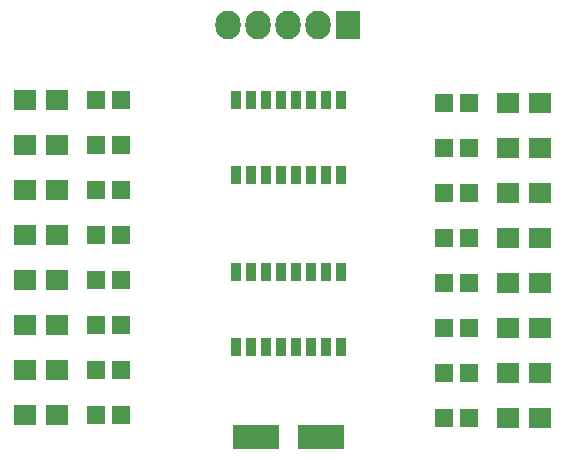
<source format=gts>
G04 #@! TF.FileFunction,Soldermask,Top*
%FSLAX46Y46*%
G04 Gerber Fmt 4.6, Leading zero omitted, Abs format (unit mm)*
G04 Created by KiCad (PCBNEW 4.0.2-stable) date Monday, September 05, 2016 'PMt' 06:21:07 PM*
%MOMM*%
G01*
G04 APERTURE LIST*
%ADD10C,0.100000*%
%ADD11R,3.999180X2.000200*%
%ADD12R,1.598880X1.598880*%
%ADD13R,2.127200X2.432000*%
%ADD14O,2.127200X2.432000*%
%ADD15R,1.900000X1.700000*%
%ADD16R,0.908000X1.543000*%
G04 APERTURE END LIST*
D10*
D11*
X133139180Y-107315000D03*
X138640820Y-107315000D03*
D12*
X119600980Y-105410000D03*
X121699020Y-105410000D03*
X119600980Y-101600000D03*
X121699020Y-101600000D03*
X119600980Y-97790000D03*
X121699020Y-97790000D03*
X119600980Y-93980000D03*
X121699020Y-93980000D03*
X119600980Y-90170000D03*
X121699020Y-90170000D03*
X119600980Y-86360000D03*
X121699020Y-86360000D03*
X119600980Y-82550000D03*
X121699020Y-82550000D03*
X119600980Y-78740000D03*
X121699020Y-78740000D03*
X151226520Y-105727500D03*
X149128480Y-105727500D03*
X151226520Y-101917500D03*
X149128480Y-101917500D03*
X151226520Y-98107500D03*
X149128480Y-98107500D03*
X151226520Y-94297500D03*
X149128480Y-94297500D03*
X151226520Y-90487500D03*
X149128480Y-90487500D03*
X151226520Y-86677500D03*
X149128480Y-86677500D03*
X151226520Y-82867500D03*
X149128480Y-82867500D03*
X151226520Y-79057500D03*
X149128480Y-79057500D03*
D13*
X140970000Y-72390000D03*
D14*
X138430000Y-72390000D03*
X135890000Y-72390000D03*
X133350000Y-72390000D03*
X130810000Y-72390000D03*
D15*
X116285000Y-105410000D03*
X113585000Y-105410000D03*
X116285000Y-101600000D03*
X113585000Y-101600000D03*
X116285000Y-97790000D03*
X113585000Y-97790000D03*
X116285000Y-93980000D03*
X113585000Y-93980000D03*
X116285000Y-90170000D03*
X113585000Y-90170000D03*
X116285000Y-86360000D03*
X113585000Y-86360000D03*
X116285000Y-82550000D03*
X113585000Y-82550000D03*
X116285000Y-78740000D03*
X113585000Y-78740000D03*
X154542500Y-105727500D03*
X157242500Y-105727500D03*
X154542500Y-101917500D03*
X157242500Y-101917500D03*
X154542500Y-98107500D03*
X157242500Y-98107500D03*
X154542500Y-94297500D03*
X157242500Y-94297500D03*
X154542500Y-90487500D03*
X157242500Y-90487500D03*
X154542500Y-86677500D03*
X157242500Y-86677500D03*
X154542500Y-82867500D03*
X157242500Y-82867500D03*
X154542500Y-79057500D03*
X157242500Y-79057500D03*
D16*
X131445000Y-93345000D03*
X133985000Y-93345000D03*
X135255000Y-93345000D03*
X136525000Y-93345000D03*
X137795000Y-93345000D03*
X139065000Y-93345000D03*
X140335000Y-93345000D03*
X140335000Y-99695000D03*
X139065000Y-99695000D03*
X137795000Y-99695000D03*
X136525000Y-99695000D03*
X135255000Y-99695000D03*
X133985000Y-99695000D03*
X132715000Y-99695000D03*
X131445000Y-99695000D03*
X132715000Y-93345000D03*
X131445000Y-78740000D03*
X133985000Y-78740000D03*
X135255000Y-78740000D03*
X136525000Y-78740000D03*
X137795000Y-78740000D03*
X139065000Y-78740000D03*
X140335000Y-78740000D03*
X140335000Y-85090000D03*
X139065000Y-85090000D03*
X137795000Y-85090000D03*
X136525000Y-85090000D03*
X135255000Y-85090000D03*
X133985000Y-85090000D03*
X132715000Y-85090000D03*
X131445000Y-85090000D03*
X132715000Y-78740000D03*
M02*

</source>
